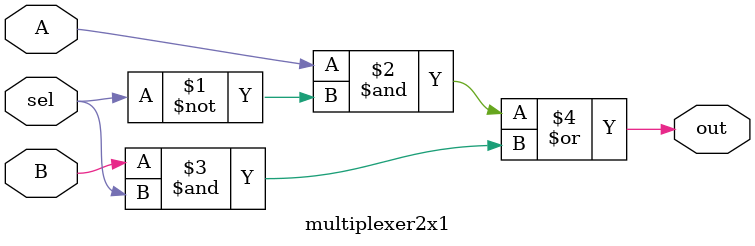
<source format=v>
/*--  *******************************************************
--  Computer Architecture Course, Laboratory Sources 
--  Amirkabir University of Technology (Tehran Polytechnic)
--  Department of Computer Engineering (CE-AUT)
--  https://ce[dot]aut[dot]ac[dot]ir
--  *******************************************************
--  All Rights reserved (C) 2020-2021
--  *******************************************************
--  Student ID  : 
--  Student Name: 
--  Student Mail: 
--  *******************************************************
--  Additional Comments:
--
--*/

/*-----------------------------------------------------------
---  Module Name: temperatureAbnormalityDetector
-----------------------------------------------------------*/
`timescale 1 ns/1 ns

module tb ();

reg [7:0] bloodSensor;
wire [3:0] glycemicIndex;

	temperatureAbnormalityDetector TAD(bloodSensor, glycemicIndex);


	initial 
		begin
		
		bloodSensor = 8'b10110011;		// - 4 
		#10;
		bloodSensor = 8'b10000011;		// - 6
		#10;
		bloodSensor = 8'b01110011;	   //+ 5
		#10;
		bloodSensor = 8'b00001001;    //+ 2
		#10;
		$finish;
	end

endmodule


module temperatureAbnormalityDetector(
	bloodSensor,
	glycemicIndex);
	input [7:0] bloodSensor;
	output [3:0] glycemicIndex;
	wire [7:0] absBloodSensor;
 
	absoluteCalculator AC (bloodSensor, absBloodSensor);
	countingOnes CO (absBloodSensor, glycemicIndex);
 
endmodule

module absoluteCalculator(
	bloodSensor,
	absBloodSensor);
	
	input [7:0] bloodSensor;
	output [7:0] absBloodSensor;
	wire [8:0] complement2;
	
	assign complement2 = 9'b100000000 - bloodSensor;
	multiplexer8bit2x1 MUX8 (bloodSensor,complement2[7:0], bloodSensor[7], absBloodSensor);

endmodule

module countingOnes(
	absBloodSensor,
	glycemicIndex);
	
	input [7:0] absBloodSensor;
	output [3:0] glycemicIndex;
	
	assign glycemicIndex = absBloodSensor[0] + absBloodSensor [1] +
									absBloodSensor[2] + absBloodSensor [3] +
									absBloodSensor[4] + absBloodSensor [5] +
									absBloodSensor[6] + absBloodSensor [7] ;
	

endmodule

module multiplexer8bit2x1 (
	input [7:0] A ,
	input [7:0] B ,
	input sel,
	output [7:0] out
);
	
	multiplexer2x1 mux1(A[0], B[0], sel, out[0]);  
	multiplexer2x1 mux2(A[1], B[1], sel, out[1]);  
	multiplexer2x1 mux3(A[2], B[2], sel, out[2]);  
	multiplexer2x1 mux4(A[3], B[3], sel, out[3]);  
	multiplexer2x1 mux5(A[4], B[4], sel, out[4]);  
	multiplexer2x1 mux6(A[5], B[5], sel, out[5]);  
	multiplexer2x1 mux7(A[6], B[6], sel, out[6]);  
	multiplexer2x1 mux8(A[7], B[7], sel, out[7]);  
	
endmodule

module multiplexer2x1 (
	input  A ,
	input  B ,
	input sel,
	output out
);

	assign out = (A & (~sel)) | (B & (sel));
endmodule

</source>
